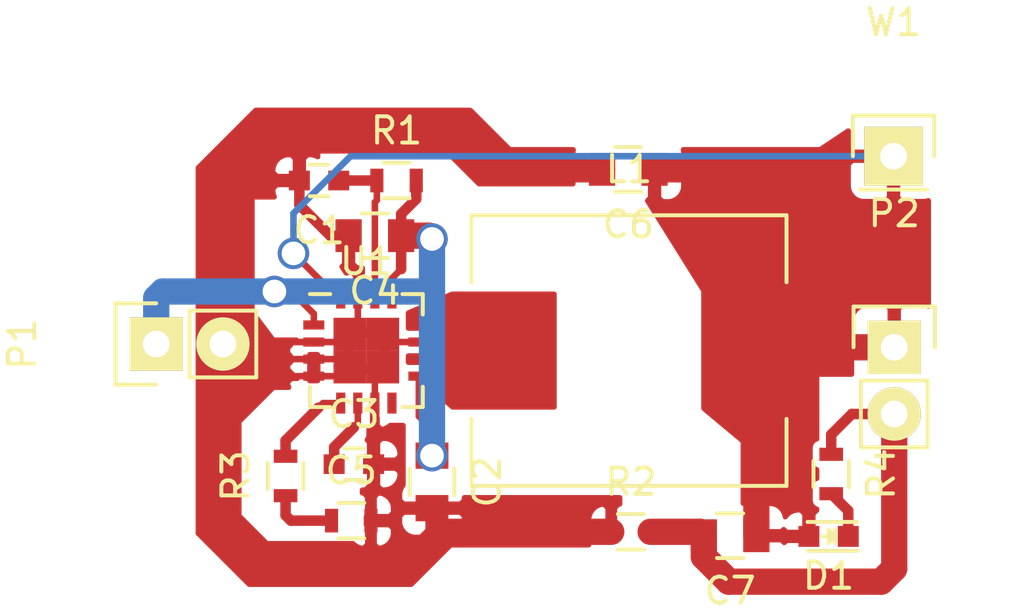
<source format=kicad_pcb>
(kicad_pcb (version 4) (host pcbnew "(2016-02-16 BZR 6561)-product")

  (general
    (links 40)
    (no_connects 0)
    (area 0 0 0 0)
    (thickness 1.6)
    (drawings 0)
    (tracks 134)
    (zones 0)
    (modules 17)
    (nets 11)
  )

  (page A4)
  (layers
    (0 F.Cu signal)
    (31 B.Cu signal)
    (32 B.Adhes user)
    (33 F.Adhes user)
    (34 B.Paste user)
    (35 F.Paste user)
    (36 B.SilkS user)
    (37 F.SilkS user)
    (38 B.Mask user)
    (39 F.Mask user)
    (40 Dwgs.User user)
    (41 Cmts.User user)
    (42 Eco1.User user)
    (43 Eco2.User user)
    (44 Edge.Cuts user)
    (45 Margin user)
    (46 B.CrtYd user)
    (47 F.CrtYd user)
    (48 B.Fab user)
    (49 F.Fab user)
  )

  (setup
    (last_trace_width 0.4)
    (user_trace_width 0.2)
    (user_trace_width 0.25)
    (user_trace_width 0.4)
    (user_trace_width 1)
    (trace_clearance 0.2)
    (zone_clearance 0.25)
    (zone_45_only no)
    (trace_min 0.2)
    (segment_width 0.2)
    (edge_width 0.15)
    (via_size 1.2)
    (via_drill 0.9)
    (via_min_size 0.6)
    (via_min_drill 0.3)
    (uvia_size 0.3)
    (uvia_drill 0.1)
    (uvias_allowed no)
    (uvia_min_size 0.2)
    (uvia_min_drill 0.1)
    (pcb_text_width 0.3)
    (pcb_text_size 1.5 1.5)
    (mod_edge_width 0.15)
    (mod_text_size 1 1)
    (mod_text_width 0.15)
    (pad_size 3.59918 4.09956)
    (pad_drill 0)
    (pad_to_mask_clearance 0.2)
    (aux_axis_origin 0 0)
    (visible_elements FFFFFF1F)
    (pcbplotparams
      (layerselection 0x00030_ffffffff)
      (usegerberextensions false)
      (excludeedgelayer true)
      (linewidth 0.100000)
      (plotframeref false)
      (viasonmask false)
      (mode 1)
      (useauxorigin false)
      (hpglpennumber 1)
      (hpglpenspeed 20)
      (hpglpendiameter 15)
      (psnegative false)
      (psa4output false)
      (plotreference true)
      (plotvalue true)
      (plotinvisibletext false)
      (padsonsilk false)
      (subtractmaskfromsilk false)
      (outputformat 1)
      (mirror false)
      (drillshape 1)
      (scaleselection 1)
      (outputdirectory ""))
  )

  (net 0 "")
  (net 1 "Net-(C1-Pad1)")
  (net 2 GNDPWR)
  (net 3 +5V)
  (net 4 "Net-(C3-Pad1)")
  (net 5 "Net-(C5-Pad1)")
  (net 6 +3.3VP)
  (net 7 GND)
  (net 8 "Net-(D1-Pad1)")
  (net 9 "Net-(L1-Pad1)")
  (net 10 "Net-(R3-Pad2)")

  (net_class Default "Dies ist die voreingestellte Netzklasse."
    (clearance 0.2)
    (trace_width 0.25)
    (via_dia 1.2)
    (via_drill 0.9)
    (uvia_dia 0.3)
    (uvia_drill 0.1)
    (add_net +3.3VP)
    (add_net +5V)
    (add_net GND)
    (add_net GNDPWR)
    (add_net "Net-(C1-Pad1)")
    (add_net "Net-(C3-Pad1)")
    (add_net "Net-(C5-Pad1)")
    (add_net "Net-(D1-Pad1)")
    (add_net "Net-(L1-Pad1)")
    (add_net "Net-(R3-Pad2)")
  )

  (module Capacitors_SMD:C_0805 (layer F.Cu) (tedit 5415D6EA) (tstamp 56C3AA45)
    (at 178.5 111 270)
    (descr "Capacitor SMD 0805, reflow soldering, AVX (see smccp.pdf)")
    (tags "capacitor 0805")
    (path /56C3AAB1)
    (attr smd)
    (fp_text reference C2 (at 0 -2.1 270) (layer F.SilkS)
      (effects (font (size 1 1) (thickness 0.15)))
    )
    (fp_text value 10u (at 0 2.1 270) (layer F.Fab)
      (effects (font (size 1 1) (thickness 0.15)))
    )
    (fp_line (start -1.8 -1) (end 1.8 -1) (layer F.CrtYd) (width 0.05))
    (fp_line (start -1.8 1) (end 1.8 1) (layer F.CrtYd) (width 0.05))
    (fp_line (start -1.8 -1) (end -1.8 1) (layer F.CrtYd) (width 0.05))
    (fp_line (start 1.8 -1) (end 1.8 1) (layer F.CrtYd) (width 0.05))
    (fp_line (start 0.5 -0.85) (end -0.5 -0.85) (layer F.SilkS) (width 0.15))
    (fp_line (start -0.5 0.85) (end 0.5 0.85) (layer F.SilkS) (width 0.15))
    (pad 1 smd rect (at -1 0 270) (size 1 1.25) (layers F.Cu F.Paste F.Mask)
      (net 3 +5V))
    (pad 2 smd rect (at 1 0 270) (size 1 1.25) (layers F.Cu F.Paste F.Mask)
      (net 2 GNDPWR))
    (model Capacitors_SMD.3dshapes/C_0805.wrl
      (at (xyz 0 0 0))
      (scale (xyz 1 1 1))
      (rotate (xyz 0 0 0))
    )
  )

  (module Capacitors_SMD:C_0603 (layer F.Cu) (tedit 5415D631) (tstamp 56C3AA39)
    (at 174.2 99.525 180)
    (descr "Capacitor SMD 0603, reflow soldering, AVX (see smccp.pdf)")
    (tags "capacitor 0603")
    (path /56C3A88F)
    (attr smd)
    (fp_text reference C1 (at 0 -1.9 180) (layer F.SilkS)
      (effects (font (size 1 1) (thickness 0.15)))
    )
    (fp_text value 100n (at 0 1.9 180) (layer F.Fab)
      (effects (font (size 1 1) (thickness 0.15)))
    )
    (fp_line (start -1.45 -0.75) (end 1.45 -0.75) (layer F.CrtYd) (width 0.05))
    (fp_line (start -1.45 0.75) (end 1.45 0.75) (layer F.CrtYd) (width 0.05))
    (fp_line (start -1.45 -0.75) (end -1.45 0.75) (layer F.CrtYd) (width 0.05))
    (fp_line (start 1.45 -0.75) (end 1.45 0.75) (layer F.CrtYd) (width 0.05))
    (fp_line (start -0.35 -0.6) (end 0.35 -0.6) (layer F.SilkS) (width 0.15))
    (fp_line (start 0.35 0.6) (end -0.35 0.6) (layer F.SilkS) (width 0.15))
    (pad 1 smd rect (at -0.75 0 180) (size 0.8 0.75) (layers F.Cu F.Paste F.Mask)
      (net 1 "Net-(C1-Pad1)"))
    (pad 2 smd rect (at 0.75 0 180) (size 0.8 0.75) (layers F.Cu F.Paste F.Mask)
      (net 2 GNDPWR))
    (model Capacitors_SMD.3dshapes/C_0603.wrl
      (at (xyz 0 0 0))
      (scale (xyz 1 1 1))
      (rotate (xyz 0 0 0))
    )
  )

  (module Capacitors_SMD:C_0603 (layer F.Cu) (tedit 5415D631) (tstamp 56C3AA51)
    (at 175.525 110.325)
    (descr "Capacitor SMD 0603, reflow soldering, AVX (see smccp.pdf)")
    (tags "capacitor 0603")
    (path /56C3A4E5)
    (attr smd)
    (fp_text reference C3 (at 0 -1.9) (layer F.SilkS)
      (effects (font (size 1 1) (thickness 0.15)))
    )
    (fp_text value 1n (at 0 1.9) (layer F.Fab)
      (effects (font (size 1 1) (thickness 0.15)))
    )
    (fp_line (start -1.45 -0.75) (end 1.45 -0.75) (layer F.CrtYd) (width 0.05))
    (fp_line (start -1.45 0.75) (end 1.45 0.75) (layer F.CrtYd) (width 0.05))
    (fp_line (start -1.45 -0.75) (end -1.45 0.75) (layer F.CrtYd) (width 0.05))
    (fp_line (start 1.45 -0.75) (end 1.45 0.75) (layer F.CrtYd) (width 0.05))
    (fp_line (start -0.35 -0.6) (end 0.35 -0.6) (layer F.SilkS) (width 0.15))
    (fp_line (start 0.35 0.6) (end -0.35 0.6) (layer F.SilkS) (width 0.15))
    (pad 1 smd rect (at -0.75 0) (size 0.8 0.75) (layers F.Cu F.Paste F.Mask)
      (net 4 "Net-(C3-Pad1)"))
    (pad 2 smd rect (at 0.75 0) (size 0.8 0.75) (layers F.Cu F.Paste F.Mask)
      (net 2 GNDPWR))
    (model Capacitors_SMD.3dshapes/C_0603.wrl
      (at (xyz 0 0 0))
      (scale (xyz 1 1 1))
      (rotate (xyz 0 0 0))
    )
  )

  (module Capacitors_SMD:C_0805 (layer F.Cu) (tedit 5415D6EA) (tstamp 56C3AA5D)
    (at 176.325 101.625 180)
    (descr "Capacitor SMD 0805, reflow soldering, AVX (see smccp.pdf)")
    (tags "capacitor 0805")
    (path /56C3AB0B)
    (attr smd)
    (fp_text reference C4 (at 0 -2.1 180) (layer F.SilkS)
      (effects (font (size 1 1) (thickness 0.15)))
    )
    (fp_text value 10u (at 0 2.1 180) (layer F.Fab)
      (effects (font (size 1 1) (thickness 0.15)))
    )
    (fp_line (start -1.8 -1) (end 1.8 -1) (layer F.CrtYd) (width 0.05))
    (fp_line (start -1.8 1) (end 1.8 1) (layer F.CrtYd) (width 0.05))
    (fp_line (start -1.8 -1) (end -1.8 1) (layer F.CrtYd) (width 0.05))
    (fp_line (start 1.8 -1) (end 1.8 1) (layer F.CrtYd) (width 0.05))
    (fp_line (start 0.5 -0.85) (end -0.5 -0.85) (layer F.SilkS) (width 0.15))
    (fp_line (start -0.5 0.85) (end 0.5 0.85) (layer F.SilkS) (width 0.15))
    (pad 1 smd rect (at -1 0 180) (size 1 1.25) (layers F.Cu F.Paste F.Mask)
      (net 3 +5V))
    (pad 2 smd rect (at 1 0 180) (size 1 1.25) (layers F.Cu F.Paste F.Mask)
      (net 2 GNDPWR))
    (model Capacitors_SMD.3dshapes/C_0805.wrl
      (at (xyz 0 0 0))
      (scale (xyz 1 1 1))
      (rotate (xyz 0 0 0))
    )
  )

  (module Resistors_SMD:R_0603 (layer F.Cu) (tedit 5415CC62) (tstamp 56C3AA69)
    (at 175.425 112.475)
    (descr "Resistor SMD 0603, reflow soldering, Vishay (see dcrcw.pdf)")
    (tags "resistor 0603")
    (path /56C3AD35)
    (attr smd)
    (fp_text reference C5 (at 0 -1.9) (layer F.SilkS)
      (effects (font (size 1 1) (thickness 0.15)))
    )
    (fp_text value 1n (at 0 1.9) (layer F.Fab)
      (effects (font (size 1 1) (thickness 0.15)))
    )
    (fp_line (start -1.3 -0.8) (end 1.3 -0.8) (layer F.CrtYd) (width 0.05))
    (fp_line (start -1.3 0.8) (end 1.3 0.8) (layer F.CrtYd) (width 0.05))
    (fp_line (start -1.3 -0.8) (end -1.3 0.8) (layer F.CrtYd) (width 0.05))
    (fp_line (start 1.3 -0.8) (end 1.3 0.8) (layer F.CrtYd) (width 0.05))
    (fp_line (start 0.5 0.675) (end -0.5 0.675) (layer F.SilkS) (width 0.15))
    (fp_line (start -0.5 -0.675) (end 0.5 -0.675) (layer F.SilkS) (width 0.15))
    (pad 1 smd rect (at -0.75 0) (size 0.5 0.9) (layers F.Cu F.Paste F.Mask)
      (net 5 "Net-(C5-Pad1)"))
    (pad 2 smd rect (at 0.75 0) (size 0.5 0.9) (layers F.Cu F.Paste F.Mask)
      (net 2 GNDPWR))
    (model Resistors_SMD.3dshapes/R_0603.wrl
      (at (xyz 0 0 0))
      (scale (xyz 1 1 1))
      (rotate (xyz 0 0 0))
    )
  )

  (module Capacitors_SMD:C_0805 (layer F.Cu) (tedit 5415D6EA) (tstamp 56C3AA75)
    (at 185.975 99.1 180)
    (descr "Capacitor SMD 0805, reflow soldering, AVX (see smccp.pdf)")
    (tags "capacitor 0805")
    (path /56C3A673)
    (attr smd)
    (fp_text reference C6 (at 0 -2.1 180) (layer F.SilkS)
      (effects (font (size 1 1) (thickness 0.15)))
    )
    (fp_text value 10u (at 0 2.1 180) (layer F.Fab)
      (effects (font (size 1 1) (thickness 0.15)))
    )
    (fp_line (start -1.8 -1) (end 1.8 -1) (layer F.CrtYd) (width 0.05))
    (fp_line (start -1.8 1) (end 1.8 1) (layer F.CrtYd) (width 0.05))
    (fp_line (start -1.8 -1) (end -1.8 1) (layer F.CrtYd) (width 0.05))
    (fp_line (start 1.8 -1) (end 1.8 1) (layer F.CrtYd) (width 0.05))
    (fp_line (start 0.5 -0.85) (end -0.5 -0.85) (layer F.SilkS) (width 0.15))
    (fp_line (start -0.5 0.85) (end 0.5 0.85) (layer F.SilkS) (width 0.15))
    (pad 1 smd rect (at -1 0 180) (size 1 1.25) (layers F.Cu F.Paste F.Mask)
      (net 6 +3.3VP))
    (pad 2 smd rect (at 1 0 180) (size 1 1.25) (layers F.Cu F.Paste F.Mask)
      (net 2 GNDPWR))
    (model Capacitors_SMD.3dshapes/C_0805.wrl
      (at (xyz 0 0 0))
      (scale (xyz 1 1 1))
      (rotate (xyz 0 0 0))
    )
  )

  (module Capacitors_SMD:C_0805 (layer F.Cu) (tedit 5415D6EA) (tstamp 56C3AA81)
    (at 189.85 113.05 180)
    (descr "Capacitor SMD 0805, reflow soldering, AVX (see smccp.pdf)")
    (tags "capacitor 0805")
    (path /56C3A6A8)
    (attr smd)
    (fp_text reference C7 (at 0 -2.1 180) (layer F.SilkS)
      (effects (font (size 1 1) (thickness 0.15)))
    )
    (fp_text value 4,7u (at 0 2.1 180) (layer F.Fab)
      (effects (font (size 1 1) (thickness 0.15)))
    )
    (fp_line (start -1.8 -1) (end 1.8 -1) (layer F.CrtYd) (width 0.05))
    (fp_line (start -1.8 1) (end 1.8 1) (layer F.CrtYd) (width 0.05))
    (fp_line (start -1.8 -1) (end -1.8 1) (layer F.CrtYd) (width 0.05))
    (fp_line (start 1.8 -1) (end 1.8 1) (layer F.CrtYd) (width 0.05))
    (fp_line (start 0.5 -0.85) (end -0.5 -0.85) (layer F.SilkS) (width 0.15))
    (fp_line (start -0.5 0.85) (end 0.5 0.85) (layer F.SilkS) (width 0.15))
    (pad 1 smd rect (at -1 0 180) (size 1 1.25) (layers F.Cu F.Paste F.Mask)
      (net 6 +3.3VP))
    (pad 2 smd rect (at 1 0 180) (size 1 1.25) (layers F.Cu F.Paste F.Mask)
      (net 7 GND))
    (model Capacitors_SMD.3dshapes/C_0805.wrl
      (at (xyz 0 0 0))
      (scale (xyz 1 1 1))
      (rotate (xyz 0 0 0))
    )
  )

  (module LEDs:LED_0603 (layer F.Cu) (tedit 55BDE255) (tstamp 56C3AA92)
    (at 193.6 113.075 180)
    (descr "LED 0603 smd package")
    (tags "LED led 0603 SMD smd SMT smt smdled SMDLED smtled SMTLED")
    (path /56C3B499)
    (attr smd)
    (fp_text reference D1 (at 0 -1.5 180) (layer F.SilkS)
      (effects (font (size 1 1) (thickness 0.15)))
    )
    (fp_text value green (at 0 1.5 180) (layer F.Fab)
      (effects (font (size 1 1) (thickness 0.15)))
    )
    (fp_line (start -1.1 0.55) (end 0.8 0.55) (layer F.SilkS) (width 0.15))
    (fp_line (start -1.1 -0.55) (end 0.8 -0.55) (layer F.SilkS) (width 0.15))
    (fp_line (start -0.2 0) (end 0.25 0) (layer F.SilkS) (width 0.15))
    (fp_line (start -0.25 -0.25) (end -0.25 0.25) (layer F.SilkS) (width 0.15))
    (fp_line (start -0.25 0) (end 0 -0.25) (layer F.SilkS) (width 0.15))
    (fp_line (start 0 -0.25) (end 0 0.25) (layer F.SilkS) (width 0.15))
    (fp_line (start 0 0.25) (end -0.25 0) (layer F.SilkS) (width 0.15))
    (fp_line (start 1.4 -0.75) (end 1.4 0.75) (layer F.CrtYd) (width 0.05))
    (fp_line (start 1.4 0.75) (end -1.4 0.75) (layer F.CrtYd) (width 0.05))
    (fp_line (start -1.4 0.75) (end -1.4 -0.75) (layer F.CrtYd) (width 0.05))
    (fp_line (start -1.4 -0.75) (end 1.4 -0.75) (layer F.CrtYd) (width 0.05))
    (pad 2 smd rect (at 0.7493 0) (size 0.79756 0.79756) (layers F.Cu F.Paste F.Mask)
      (net 6 +3.3VP))
    (pad 1 smd rect (at -0.7493 0) (size 0.79756 0.79756) (layers F.Cu F.Paste F.Mask)
      (net 8 "Net-(D1-Pad1)"))
    (model LEDs.3dshapes/LED_0603.wrl
      (at (xyz 0 0 0))
      (scale (xyz 1 1 1))
      (rotate (xyz 0 0 180))
    )
  )

  (module Inductors_NEOSID:Neosid_Inductor_SM-PIC1004H (layer F.Cu) (tedit 56C3B643) (tstamp 56C3AA9E)
    (at 186 106)
    (descr "Neosid, Inductor, SM-PIC1004H, Festinduktivitaet, SMD,")
    (tags "Neosid, Inductor, SM-PIC1004H, Festinduktivitaet, SMD,")
    (path /56C3A5E3)
    (attr smd)
    (fp_text reference L1 (at 0 -6.90118) (layer F.SilkS)
      (effects (font (size 1 1) (thickness 0.15)))
    )
    (fp_text value 3,3u (at 0 7.2009) (layer F.Fab)
      (effects (font (size 1 1) (thickness 0.15)))
    )
    (fp_line (start 5.99948 -2.60096) (end 5.99948 -5.15112) (layer F.SilkS) (width 0.15))
    (fp_line (start -5.99948 2.60096) (end -5.99948 5.15112) (layer F.SilkS) (width 0.15))
    (fp_line (start -5.99948 5.15112) (end 5.99948 5.15112) (layer F.SilkS) (width 0.15))
    (fp_line (start 5.99948 5.15112) (end 5.99948 2.60096) (layer F.SilkS) (width 0.15))
    (fp_line (start 5.99948 -5.15112) (end -5.99948 -5.15112) (layer F.SilkS) (width 0.15))
    (fp_line (start -5.99948 -5.15112) (end -5.99948 -2.60096) (layer F.SilkS) (width 0.15))
    (pad 1 smd rect (at -4.7498 0) (size 3.59918 4.09956) (layers F.Cu F.Paste F.Mask)
      (net 9 "Net-(L1-Pad1)"))
    (pad 2 smd rect (at 4.7498 0) (size 3.59918 4.09956) (layers F.Cu F.Paste F.Mask)
      (net 6 +3.3VP) (zone_connect 2))
  )

  (module Pin_Headers:Pin_Header_Straight_1x02 (layer F.Cu) (tedit 56C3B3F2) (tstamp 56C3AAA4)
    (at 168 105.75 90)
    (descr "Through hole pin header")
    (tags "pin header")
    (path /56C3A0A7)
    (fp_text reference P1 (at 0 -5.1 90) (layer F.SilkS)
      (effects (font (size 1 1) (thickness 0.15)))
    )
    (fp_text value CONN_01X02 (at 0 -3.1 90) (layer F.Fab)
      (effects (font (size 1 1) (thickness 0.15)))
    )
    (fp_line (start 1.27 1.27) (end 1.27 3.81) (layer F.SilkS) (width 0.15))
    (fp_line (start 1.55 -1.55) (end 1.55 0) (layer F.SilkS) (width 0.15))
    (fp_line (start -1.75 -1.75) (end -1.75 4.3) (layer F.CrtYd) (width 0.05))
    (fp_line (start 1.75 -1.75) (end 1.75 4.3) (layer F.CrtYd) (width 0.05))
    (fp_line (start -1.75 -1.75) (end 1.75 -1.75) (layer F.CrtYd) (width 0.05))
    (fp_line (start -1.75 4.3) (end 1.75 4.3) (layer F.CrtYd) (width 0.05))
    (fp_line (start 1.27 1.27) (end -1.27 1.27) (layer F.SilkS) (width 0.15))
    (fp_line (start -1.55 0) (end -1.55 -1.55) (layer F.SilkS) (width 0.15))
    (fp_line (start -1.55 -1.55) (end 1.55 -1.55) (layer F.SilkS) (width 0.15))
    (fp_line (start -1.27 1.27) (end -1.27 3.81) (layer F.SilkS) (width 0.15))
    (fp_line (start -1.27 3.81) (end 1.27 3.81) (layer F.SilkS) (width 0.15))
    (pad 1 thru_hole rect (at 0 0 90) (size 2.032 2.032) (drill 1.016) (layers *.Cu *.Mask F.SilkS)
      (net 3 +5V))
    (pad 2 thru_hole oval (at 0 2.54 90) (size 2.032 2.032) (drill 1.016) (layers *.Cu *.Mask F.SilkS)
      (net 2 GNDPWR) (zone_connect 2))
    (model Pin_Headers.3dshapes/Pin_Header_Straight_1x02.wrl
      (at (xyz 0 -0.05 0))
      (scale (xyz 1 1 1))
      (rotate (xyz 0 0 90))
    )
  )

  (module Pin_Headers:Pin_Header_Straight_1x02 (layer F.Cu) (tedit 54EA090C) (tstamp 56C3AAAA)
    (at 196.1 105.875)
    (descr "Through hole pin header")
    (tags "pin header")
    (path /56C3BEDA)
    (fp_text reference P2 (at 0 -5.1) (layer F.SilkS)
      (effects (font (size 1 1) (thickness 0.15)))
    )
    (fp_text value CONN_01X02 (at 0 -3.1) (layer F.Fab)
      (effects (font (size 1 1) (thickness 0.15)))
    )
    (fp_line (start 1.27 1.27) (end 1.27 3.81) (layer F.SilkS) (width 0.15))
    (fp_line (start 1.55 -1.55) (end 1.55 0) (layer F.SilkS) (width 0.15))
    (fp_line (start -1.75 -1.75) (end -1.75 4.3) (layer F.CrtYd) (width 0.05))
    (fp_line (start 1.75 -1.75) (end 1.75 4.3) (layer F.CrtYd) (width 0.05))
    (fp_line (start -1.75 -1.75) (end 1.75 -1.75) (layer F.CrtYd) (width 0.05))
    (fp_line (start -1.75 4.3) (end 1.75 4.3) (layer F.CrtYd) (width 0.05))
    (fp_line (start 1.27 1.27) (end -1.27 1.27) (layer F.SilkS) (width 0.15))
    (fp_line (start -1.55 0) (end -1.55 -1.55) (layer F.SilkS) (width 0.15))
    (fp_line (start -1.55 -1.55) (end 1.55 -1.55) (layer F.SilkS) (width 0.15))
    (fp_line (start -1.27 1.27) (end -1.27 3.81) (layer F.SilkS) (width 0.15))
    (fp_line (start -1.27 3.81) (end 1.27 3.81) (layer F.SilkS) (width 0.15))
    (pad 1 thru_hole rect (at 0 0) (size 2.032 2.032) (drill 1.016) (layers *.Cu *.Mask F.SilkS)
      (net 6 +3.3VP))
    (pad 2 thru_hole oval (at 0 2.54) (size 2.032 2.032) (drill 1.016) (layers *.Cu *.Mask F.SilkS)
      (net 7 GND))
    (model Pin_Headers.3dshapes/Pin_Header_Straight_1x02.wrl
      (at (xyz 0 -0.05 0))
      (scale (xyz 1 1 1))
      (rotate (xyz 0 0 90))
    )
  )

  (module Resistors_SMD:R_0603 (layer F.Cu) (tedit 5415CC62) (tstamp 56C3AAB6)
    (at 177.15 99.525)
    (descr "Resistor SMD 0603, reflow soldering, Vishay (see dcrcw.pdf)")
    (tags "resistor 0603")
    (path /56C3A267)
    (attr smd)
    (fp_text reference R1 (at 0 -1.9) (layer F.SilkS)
      (effects (font (size 1 1) (thickness 0.15)))
    )
    (fp_text value 10 (at 0 1.9) (layer F.Fab)
      (effects (font (size 1 1) (thickness 0.15)))
    )
    (fp_line (start -1.3 -0.8) (end 1.3 -0.8) (layer F.CrtYd) (width 0.05))
    (fp_line (start -1.3 0.8) (end 1.3 0.8) (layer F.CrtYd) (width 0.05))
    (fp_line (start -1.3 -0.8) (end -1.3 0.8) (layer F.CrtYd) (width 0.05))
    (fp_line (start 1.3 -0.8) (end 1.3 0.8) (layer F.CrtYd) (width 0.05))
    (fp_line (start 0.5 0.675) (end -0.5 0.675) (layer F.SilkS) (width 0.15))
    (fp_line (start -0.5 -0.675) (end 0.5 -0.675) (layer F.SilkS) (width 0.15))
    (pad 1 smd rect (at -0.75 0) (size 0.5 0.9) (layers F.Cu F.Paste F.Mask)
      (net 1 "Net-(C1-Pad1)"))
    (pad 2 smd rect (at 0.75 0) (size 0.5 0.9) (layers F.Cu F.Paste F.Mask)
      (net 3 +5V))
    (model Resistors_SMD.3dshapes/R_0603.wrl
      (at (xyz 0 0 0))
      (scale (xyz 1 1 1))
      (rotate (xyz 0 0 0))
    )
  )

  (module Resistors_SMD:R_0603 (layer F.Cu) (tedit 5415CC62) (tstamp 56C3AAC2)
    (at 186.075 112.9)
    (descr "Resistor SMD 0603, reflow soldering, Vishay (see dcrcw.pdf)")
    (tags "resistor 0603")
    (path /56C3A475)
    (attr smd)
    (fp_text reference R2 (at 0 -1.9) (layer F.SilkS)
      (effects (font (size 1 1) (thickness 0.15)))
    )
    (fp_text value 0 (at 0 1.9) (layer F.Fab)
      (effects (font (size 1 1) (thickness 0.15)))
    )
    (fp_line (start -1.3 -0.8) (end 1.3 -0.8) (layer F.CrtYd) (width 0.05))
    (fp_line (start -1.3 0.8) (end 1.3 0.8) (layer F.CrtYd) (width 0.05))
    (fp_line (start -1.3 -0.8) (end -1.3 0.8) (layer F.CrtYd) (width 0.05))
    (fp_line (start 1.3 -0.8) (end 1.3 0.8) (layer F.CrtYd) (width 0.05))
    (fp_line (start 0.5 0.675) (end -0.5 0.675) (layer F.SilkS) (width 0.15))
    (fp_line (start -0.5 -0.675) (end 0.5 -0.675) (layer F.SilkS) (width 0.15))
    (pad 1 smd rect (at -0.75 0) (size 0.5 0.9) (layers F.Cu F.Paste F.Mask)
      (net 2 GNDPWR))
    (pad 2 smd rect (at 0.75 0) (size 0.5 0.9) (layers F.Cu F.Paste F.Mask)
      (net 7 GND))
    (model Resistors_SMD.3dshapes/R_0603.wrl
      (at (xyz 0 0 0))
      (scale (xyz 1 1 1))
      (rotate (xyz 0 0 0))
    )
  )

  (module Resistors_SMD:R_0603 (layer F.Cu) (tedit 5415CC62) (tstamp 56C3AACE)
    (at 172.925 110.775 90)
    (descr "Resistor SMD 0603, reflow soldering, Vishay (see dcrcw.pdf)")
    (tags "resistor 0603")
    (path /56C3ACA7)
    (attr smd)
    (fp_text reference R3 (at 0 -1.9 90) (layer F.SilkS)
      (effects (font (size 1 1) (thickness 0.15)))
    )
    (fp_text value 68k (at 0 1.9 90) (layer F.Fab)
      (effects (font (size 1 1) (thickness 0.15)))
    )
    (fp_line (start -1.3 -0.8) (end 1.3 -0.8) (layer F.CrtYd) (width 0.05))
    (fp_line (start -1.3 0.8) (end 1.3 0.8) (layer F.CrtYd) (width 0.05))
    (fp_line (start -1.3 -0.8) (end -1.3 0.8) (layer F.CrtYd) (width 0.05))
    (fp_line (start 1.3 -0.8) (end 1.3 0.8) (layer F.CrtYd) (width 0.05))
    (fp_line (start 0.5 0.675) (end -0.5 0.675) (layer F.SilkS) (width 0.15))
    (fp_line (start -0.5 -0.675) (end 0.5 -0.675) (layer F.SilkS) (width 0.15))
    (pad 1 smd rect (at -0.75 0 90) (size 0.5 0.9) (layers F.Cu F.Paste F.Mask)
      (net 5 "Net-(C5-Pad1)"))
    (pad 2 smd rect (at 0.75 0 90) (size 0.5 0.9) (layers F.Cu F.Paste F.Mask)
      (net 10 "Net-(R3-Pad2)"))
    (model Resistors_SMD.3dshapes/R_0603.wrl
      (at (xyz 0 0 0))
      (scale (xyz 1 1 1))
      (rotate (xyz 0 0 0))
    )
  )

  (module Resistors_SMD:R_0603 (layer F.Cu) (tedit 5415CC62) (tstamp 56C3AADA)
    (at 193.7 110.7 270)
    (descr "Resistor SMD 0603, reflow soldering, Vishay (see dcrcw.pdf)")
    (tags "resistor 0603")
    (path /56C3B5A9)
    (attr smd)
    (fp_text reference R4 (at 0 -1.9 270) (layer F.SilkS)
      (effects (font (size 1 1) (thickness 0.15)))
    )
    (fp_text value 1k (at 0 1.9 270) (layer F.Fab)
      (effects (font (size 1 1) (thickness 0.15)))
    )
    (fp_line (start -1.3 -0.8) (end 1.3 -0.8) (layer F.CrtYd) (width 0.05))
    (fp_line (start -1.3 0.8) (end 1.3 0.8) (layer F.CrtYd) (width 0.05))
    (fp_line (start -1.3 -0.8) (end -1.3 0.8) (layer F.CrtYd) (width 0.05))
    (fp_line (start 1.3 -0.8) (end 1.3 0.8) (layer F.CrtYd) (width 0.05))
    (fp_line (start 0.5 0.675) (end -0.5 0.675) (layer F.SilkS) (width 0.15))
    (fp_line (start -0.5 -0.675) (end 0.5 -0.675) (layer F.SilkS) (width 0.15))
    (pad 1 smd rect (at -0.75 0 270) (size 0.5 0.9) (layers F.Cu F.Paste F.Mask)
      (net 7 GND))
    (pad 2 smd rect (at 0.75 0 270) (size 0.5 0.9) (layers F.Cu F.Paste F.Mask)
      (net 8 "Net-(D1-Pad1)"))
    (model Resistors_SMD.3dshapes/R_0603.wrl
      (at (xyz 0 0 0))
      (scale (xyz 1 1 1))
      (rotate (xyz 0 0 0))
    )
  )

  (module Housings_DFN_QFN:QFN-16-1EP_4x4mm_Pitch0.65mm (layer F.Cu) (tedit 54130A77) (tstamp 56C3AAFD)
    (at 176 106)
    (descr "16-Lead Plastic Quad Flat, No Lead Package (ML) - 4x4x0.9 mm Body [QFN]; (see Microchip Packaging Specification 00000049BS.pdf)")
    (tags "QFN 0.65")
    (path /56C3A232)
    (attr smd)
    (fp_text reference U1 (at 0 -3.4) (layer F.SilkS)
      (effects (font (size 1 1) (thickness 0.15)))
    )
    (fp_text value ADP2107 (at 0 3.4) (layer F.Fab)
      (effects (font (size 1 1) (thickness 0.15)))
    )
    (fp_line (start -2.65 -2.65) (end -2.65 2.65) (layer F.CrtYd) (width 0.05))
    (fp_line (start 2.65 -2.65) (end 2.65 2.65) (layer F.CrtYd) (width 0.05))
    (fp_line (start -2.65 -2.65) (end 2.65 -2.65) (layer F.CrtYd) (width 0.05))
    (fp_line (start -2.65 2.65) (end 2.65 2.65) (layer F.CrtYd) (width 0.05))
    (fp_line (start 2.15 -2.15) (end 2.15 -1.375) (layer F.SilkS) (width 0.15))
    (fp_line (start -2.15 2.15) (end -2.15 1.375) (layer F.SilkS) (width 0.15))
    (fp_line (start 2.15 2.15) (end 2.15 1.375) (layer F.SilkS) (width 0.15))
    (fp_line (start -2.15 -2.15) (end -1.375 -2.15) (layer F.SilkS) (width 0.15))
    (fp_line (start -2.15 2.15) (end -1.375 2.15) (layer F.SilkS) (width 0.15))
    (fp_line (start 2.15 2.15) (end 1.375 2.15) (layer F.SilkS) (width 0.15))
    (fp_line (start 2.15 -2.15) (end 1.375 -2.15) (layer F.SilkS) (width 0.15))
    (pad 1 smd rect (at -2 -0.975) (size 0.8 0.35) (layers F.Cu F.Paste F.Mask)
      (net 3 +5V))
    (pad 2 smd rect (at -2 -0.325) (size 0.8 0.35) (layers F.Cu F.Paste F.Mask)
      (net 2 GNDPWR))
    (pad 3 smd rect (at -2 0.325) (size 0.8 0.35) (layers F.Cu F.Paste F.Mask)
      (net 2 GNDPWR))
    (pad 4 smd rect (at -2 0.975) (size 0.8 0.35) (layers F.Cu F.Paste F.Mask)
      (net 2 GNDPWR))
    (pad 5 smd rect (at -0.975 2 90) (size 0.8 0.35) (layers F.Cu F.Paste F.Mask)
      (net 10 "Net-(R3-Pad2)"))
    (pad 6 smd rect (at -0.325 2 90) (size 0.8 0.35) (layers F.Cu F.Paste F.Mask)
      (net 4 "Net-(C3-Pad1)"))
    (pad 7 smd rect (at 0.325 2 90) (size 0.8 0.35) (layers F.Cu F.Paste F.Mask)
      (net 2 GNDPWR))
    (pad 8 smd rect (at 0.975 2 90) (size 0.8 0.35) (layers F.Cu F.Paste F.Mask))
    (pad 9 smd rect (at 2 0.975) (size 0.8 0.35) (layers F.Cu F.Paste F.Mask)
      (net 3 +5V))
    (pad 10 smd rect (at 2 0.325) (size 0.8 0.35) (layers F.Cu F.Paste F.Mask)
      (net 9 "Net-(L1-Pad1)"))
    (pad 11 smd rect (at 2 -0.325) (size 0.8 0.35) (layers F.Cu F.Paste F.Mask)
      (net 2 GNDPWR))
    (pad 12 smd rect (at 2 -0.975) (size 0.8 0.35) (layers F.Cu F.Paste F.Mask)
      (net 9 "Net-(L1-Pad1)"))
    (pad 13 smd rect (at 0.975 -2 90) (size 0.8 0.35) (layers F.Cu F.Paste F.Mask)
      (net 3 +5V))
    (pad 14 smd rect (at 0.325 -2 90) (size 0.8 0.35) (layers F.Cu F.Paste F.Mask)
      (net 1 "Net-(C1-Pad1)"))
    (pad 15 smd rect (at -0.325 -2 90) (size 0.8 0.35) (layers F.Cu F.Paste F.Mask)
      (net 2 GNDPWR))
    (pad 16 smd rect (at -0.975 -2 90) (size 0.8 0.35) (layers F.Cu F.Paste F.Mask)
      (net 6 +3.3VP))
    (pad 17 smd rect (at 0.625 0.625) (size 1.25 1.25) (layers F.Cu F.Paste F.Mask)
      (net 2 GNDPWR) (solder_paste_margin_ratio -0.2))
    (pad 17 smd rect (at 0.625 -0.625) (size 1.25 1.25) (layers F.Cu F.Paste F.Mask)
      (net 2 GNDPWR) (solder_paste_margin_ratio -0.2))
    (pad 17 smd rect (at -0.625 0.625) (size 1.25 1.25) (layers F.Cu F.Paste F.Mask)
      (net 2 GNDPWR) (solder_paste_margin_ratio -0.2))
    (pad 17 smd rect (at -0.625 -0.625) (size 1.25 1.25) (layers F.Cu F.Paste F.Mask)
      (net 2 GNDPWR) (solder_paste_margin_ratio -0.2))
    (model Housings_DFN_QFN.3dshapes/QFN-16-1EP_4x4mm_Pitch0.65mm.wrl
      (at (xyz 0 0 0))
      (scale (xyz 1 1 1))
      (rotate (xyz 0 0 0))
    )
  )

  (module Pin_Headers:Pin_Header_Straight_1x01 (layer F.Cu) (tedit 54EA08DC) (tstamp 56C3AB02)
    (at 196.075 98.6)
    (descr "Through hole pin header")
    (tags "pin header")
    (path /56C3B792)
    (fp_text reference W1 (at 0 -5.1) (layer F.SilkS)
      (effects (font (size 1 1) (thickness 0.15)))
    )
    (fp_text value TEST_1P (at 0 -3.1) (layer F.Fab)
      (effects (font (size 1 1) (thickness 0.15)))
    )
    (fp_line (start 1.55 -1.55) (end 1.55 0) (layer F.SilkS) (width 0.15))
    (fp_line (start -1.75 -1.75) (end -1.75 1.75) (layer F.CrtYd) (width 0.05))
    (fp_line (start 1.75 -1.75) (end 1.75 1.75) (layer F.CrtYd) (width 0.05))
    (fp_line (start -1.75 -1.75) (end 1.75 -1.75) (layer F.CrtYd) (width 0.05))
    (fp_line (start -1.75 1.75) (end 1.75 1.75) (layer F.CrtYd) (width 0.05))
    (fp_line (start -1.55 0) (end -1.55 -1.55) (layer F.SilkS) (width 0.15))
    (fp_line (start -1.55 -1.55) (end 1.55 -1.55) (layer F.SilkS) (width 0.15))
    (fp_line (start -1.27 1.27) (end 1.27 1.27) (layer F.SilkS) (width 0.15))
    (pad 1 thru_hole rect (at 0 0) (size 2.2352 2.2352) (drill 1.016) (layers *.Cu *.Mask F.SilkS)
      (net 6 +3.3VP))
    (model Pin_Headers.3dshapes/Pin_Header_Straight_1x01.wrl
      (at (xyz 0 0 0))
      (scale (xyz 1 1 1))
      (rotate (xyz 0 0 90))
    )
  )

  (segment (start 174.95 99.525) (end 176.4 99.525) (width 0.4) (layer F.Cu) (net 1))
  (segment (start 176.325 104) (end 176.325 100.35) (width 0.25) (layer F.Cu) (net 1))
  (segment (start 176.4 100.275) (end 176.4 99.525) (width 0.25) (layer F.Cu) (net 1) (tstamp 56C3ACA2))
  (segment (start 176.325 100.35) (end 176.4 100.275) (width 0.25) (layer F.Cu) (net 1) (tstamp 56C3ACA0))
  (segment (start 175.325 101.625) (end 174.625 101.625) (width 0.4) (layer F.Cu) (net 2))
  (segment (start 173.45 100.45) (end 173.45 99.525) (width 0.4) (layer F.Cu) (net 2) (tstamp 56C3B4D5))
  (segment (start 174.625 101.625) (end 173.45 100.45) (width 0.4) (layer F.Cu) (net 2) (tstamp 56C3B4D0))
  (segment (start 184.975 99.1) (end 180.85 99.1) (width 1) (layer F.Cu) (net 2))
  (segment (start 170.54 99.21) (end 170.54 105.75) (width 1) (layer F.Cu) (net 2) (tstamp 56C3B465))
  (segment (start 172 97.75) (end 170.54 99.21) (width 1) (layer F.Cu) (net 2) (tstamp 56C3B462))
  (segment (start 179.5 97.75) (end 172 97.75) (width 1) (layer F.Cu) (net 2) (tstamp 56C3B461))
  (segment (start 180.85 99.1) (end 179.5 97.75) (width 1) (layer F.Cu) (net 2) (tstamp 56C3B45D))
  (segment (start 170.5 109) (end 170.5 105.79) (width 1) (layer F.Cu) (net 2))
  (segment (start 170.5 105.79) (end 170.54 105.75) (width 1) (layer F.Cu) (net 2) (tstamp 56C3B3E2))
  (segment (start 178.5 112) (end 178.5 112.55) (width 0.25) (layer F.Cu) (net 2))
  (segment (start 178.5 112.55) (end 178.85 112.9) (width 0.25) (layer F.Cu) (net 2) (tstamp 56C3B37D))
  (segment (start 178.85 112.9) (end 185.325 112.9) (width 1) (layer F.Cu) (net 2) (tstamp 56C3B203))
  (segment (start 177.5 114.25) (end 178.85 112.9) (width 1) (layer F.Cu) (net 2) (tstamp 56C3B201))
  (segment (start 171.75 114.25) (end 177.5 114.25) (width 1) (layer F.Cu) (net 2) (tstamp 56C3B200))
  (segment (start 170.5 113) (end 171.75 114.25) (width 1) (layer F.Cu) (net 2) (tstamp 56C3B1FF))
  (segment (start 170.5 109.25) (end 170.5 109) (width 1) (layer F.Cu) (net 2) (tstamp 56C3B1FE))
  (segment (start 170.5 109) (end 170.5 113) (width 1) (layer F.Cu) (net 2) (tstamp 56C3B3E0))
  (segment (start 174 106.325) (end 172.575 106.325) (width 0.25) (layer F.Cu) (net 2))
  (segment (start 172.575 106.325) (end 172.5 106.25) (width 0.25) (layer F.Cu) (net 2) (tstamp 56C3B1DC))
  (segment (start 172.5 106.25) (end 171.75 106.25) (width 0.25) (layer F.Cu) (net 2) (tstamp 56C3B1DE))
  (segment (start 174 106.975) (end 173.225 106.975) (width 0.25) (layer F.Cu) (net 2))
  (segment (start 173.225 106.975) (end 172.5 106.25) (width 0.25) (layer F.Cu) (net 2) (tstamp 56C3B1D8))
  (segment (start 172.5 106.25) (end 171.75 106.25) (width 0.25) (layer F.Cu) (net 2) (tstamp 56C3B1D9))
  (segment (start 174 105.675) (end 173.075 105.675) (width 0.25) (layer F.Cu) (net 2))
  (segment (start 173.075 105.675) (end 172.5 106.25) (width 0.25) (layer F.Cu) (net 2) (tstamp 56C3B1D0))
  (segment (start 172.5 106.25) (end 171.75 106.25) (width 0.25) (layer F.Cu) (net 2) (tstamp 56C3B1D5))
  (segment (start 176.175 112.475) (end 176.175 111.5) (width 0.25) (layer F.Cu) (net 2))
  (segment (start 176.275 111.4) (end 176.275 110.325) (width 0.25) (layer F.Cu) (net 2) (tstamp 56C3AE3C))
  (segment (start 176.175 111.5) (end 176.275 111.4) (width 0.25) (layer F.Cu) (net 2) (tstamp 56C3AE3B))
  (segment (start 176.325 107.575) (end 176.325 110.275) (width 0.25) (layer F.Cu) (net 2))
  (segment (start 176.325 110.275) (end 176.275 110.325) (width 0.25) (layer F.Cu) (net 2) (tstamp 56C3AE38))
  (segment (start 175.675 104) (end 175.675 102.925) (width 0.25) (layer F.Cu) (net 2))
  (segment (start 175.325 102.575) (end 175.325 101.625) (width 0.25) (layer F.Cu) (net 2) (tstamp 56C3AC87))
  (segment (start 175.675 102.925) (end 175.325 102.575) (width 0.25) (layer F.Cu) (net 2) (tstamp 56C3AC85))
  (segment (start 176.325 108) (end 176.325 107.575) (width 0.25) (layer F.Cu) (net 2))
  (segment (start 176.325 107.575) (end 176.325 106.925) (width 0.25) (layer F.Cu) (net 2) (tstamp 56C3AE36))
  (segment (start 176.325 106.925) (end 176.625 106.625) (width 0.25) (layer F.Cu) (net 2) (tstamp 56C3ABF3))
  (segment (start 174 106.975) (end 175.025 106.975) (width 0.25) (layer F.Cu) (net 2))
  (segment (start 175.025 106.975) (end 175.375 106.625) (width 0.25) (layer F.Cu) (net 2) (tstamp 56C3ABF0))
  (segment (start 174 106.325) (end 175.075 106.325) (width 0.25) (layer F.Cu) (net 2))
  (segment (start 175.075 106.325) (end 175.375 106.625) (width 0.25) (layer F.Cu) (net 2) (tstamp 56C3ABED))
  (segment (start 174 105.675) (end 175.075 105.675) (width 0.25) (layer F.Cu) (net 2))
  (segment (start 175.075 105.675) (end 175.375 105.375) (width 0.25) (layer F.Cu) (net 2) (tstamp 56C3ABEA))
  (segment (start 175.675 104) (end 175.675 105.075) (width 0.25) (layer F.Cu) (net 2))
  (segment (start 175.675 105.075) (end 175.375 105.375) (width 0.25) (layer F.Cu) (net 2) (tstamp 56C3ABE7))
  (segment (start 178 105.675) (end 176.925 105.675) (width 0.25) (layer F.Cu) (net 2))
  (segment (start 176.925 105.675) (end 176.625 105.375) (width 0.25) (layer F.Cu) (net 2) (tstamp 56C3ABE1))
  (segment (start 177.325 102.9) (end 177.325 101.625) (width 0.4) (layer F.Cu) (net 3))
  (segment (start 177.9 99.525) (end 177.9 100.225) (width 0.4) (layer F.Cu) (net 3))
  (segment (start 177.9 100.225) (end 177.325 100.8) (width 0.4) (layer F.Cu) (net 3) (tstamp 56C3B58B))
  (segment (start 177.325 100.8) (end 177.325 101.625) (width 0.4) (layer F.Cu) (net 3) (tstamp 56C3B58C))
  (segment (start 174 105.025) (end 174 104.6) (width 0.25) (layer F.Cu) (net 3))
  (segment (start 173.15 103.75) (end 172.5 103.75) (width 0.25) (layer F.Cu) (net 3) (tstamp 56C3B565))
  (segment (start 174 104.6) (end 173.15 103.75) (width 0.25) (layer F.Cu) (net 3) (tstamp 56C3B55E))
  (via (at 172.5 103.75) (size 1.2) (drill 0.9) (layers F.Cu B.Cu) (net 3))
  (segment (start 172.5 103.75) (end 172.5 103.8) (width 1) (layer F.Cu) (net 3) (tstamp 56C3B559))
  (segment (start 178.5 103.75) (end 172.5 103.75) (width 1) (layer B.Cu) (net 3))
  (segment (start 172.5 103.75) (end 168.25 103.75) (width 1) (layer B.Cu) (net 3) (tstamp 56C3B53F))
  (segment (start 168 104) (end 168 105.75) (width 1) (layer B.Cu) (net 3) (tstamp 56C3B534))
  (segment (start 168.25 103.75) (end 168 104) (width 1) (layer B.Cu) (net 3) (tstamp 56C3B530))
  (via (at 178.5 110) (size 1.2) (drill 0.9) (layers F.Cu B.Cu) (net 3))
  (segment (start 178.5 109) (end 178 108.5) (width 0.25) (layer F.Cu) (net 3) (tstamp 56C3B377))
  (segment (start 178 106.975) (end 178 108.5) (width 0.25) (layer F.Cu) (net 3) (tstamp 56C3B378))
  (segment (start 178.5 110) (end 178.5 109) (width 0.25) (layer F.Cu) (net 3))
  (segment (start 178.375 101.625) (end 177.325 101.625) (width 1) (layer F.Cu) (net 3) (tstamp 56C3B435))
  (segment (start 178.5 103.75) (end 178.5 101.75) (width 1) (layer B.Cu) (net 3) (tstamp 56C3B52E))
  (via (at 178.5 101.75) (size 1.2) (drill 0.9) (layers F.Cu B.Cu) (net 3))
  (segment (start 178.5 101.75) (end 178.375 101.625) (width 1) (layer F.Cu) (net 3) (tstamp 56C3B434))
  (segment (start 178.5 110) (end 178.5 103.75) (width 1) (layer B.Cu) (net 3) (tstamp 56C3B42D))
  (segment (start 177.325 101.625) (end 177.325 100.8) (width 0.25) (layer F.Cu) (net 3))
  (segment (start 177.325 100.8) (end 177.9 100.225) (width 0.25) (layer F.Cu) (net 3) (tstamp 56C3AC9B))
  (segment (start 176.975 104) (end 176.975 103.25) (width 0.25) (layer F.Cu) (net 3))
  (segment (start 176.975 103.25) (end 177.325 102.9) (width 0.25) (layer F.Cu) (net 3) (tstamp 56C3AC8A))
  (segment (start 175.525 108.925) (end 174.775 109.675) (width 0.4) (layer F.Cu) (net 4))
  (segment (start 174.775 109.675) (end 174.775 110.325) (width 0.4) (layer F.Cu) (net 4) (tstamp 56C3B5AC))
  (segment (start 175.675 108) (end 175.675 108.775) (width 0.25) (layer F.Cu) (net 4))
  (segment (start 174.775 109.675) (end 174.775 110.325) (width 0.25) (layer F.Cu) (net 4) (tstamp 56C3AE12))
  (segment (start 175.675 108.775) (end 175.525 108.925) (width 0.25) (layer F.Cu) (net 4) (tstamp 56C3AE0F))
  (segment (start 174.675 112.475) (end 173.125 112.475) (width 0.4) (layer F.Cu) (net 5))
  (segment (start 173.125 112.475) (end 172.925 112.275) (width 0.4) (layer F.Cu) (net 5) (tstamp 56C3B5A0))
  (segment (start 172.925 112.275) (end 172.925 111.525) (width 0.4) (layer F.Cu) (net 5) (tstamp 56C3B5A2))
  (segment (start 172.925 111.525) (end 172.925 112.275) (width 0.25) (layer F.Cu) (net 5))
  (segment (start 172.925 112.275) (end 173.125 112.475) (width 0.25) (layer F.Cu) (net 5) (tstamp 56C3AE43))
  (segment (start 196.1 105.875) (end 196.1 98.625) (width 0.4) (layer F.Cu) (net 6))
  (segment (start 196.1 98.625) (end 196.075 98.6) (width 0.4) (layer F.Cu) (net 6) (tstamp 56C3B601))
  (segment (start 186.975 99.1) (end 190.6 99.1) (width 1) (layer F.Cu) (net 6))
  (segment (start 190.7498 99.2498) (end 190.7498 106) (width 1) (layer F.Cu) (net 6) (tstamp 56C3B304))
  (segment (start 190.6 99.1) (end 190.7498 99.2498) (width 1) (layer F.Cu) (net 6) (tstamp 56C3B2FF))
  (segment (start 192.8507 113.075) (end 190.875 113.075) (width 0.4) (layer F.Cu) (net 6))
  (segment (start 190.875 113.075) (end 190.85 113.05) (width 0.4) (layer F.Cu) (net 6) (tstamp 56C3B2E7))
  (segment (start 190.7498 106) (end 190.7498 107.9998) (width 1) (layer F.Cu) (net 6))
  (segment (start 190.7498 107.9998) (end 190.85 108.1) (width 1) (layer F.Cu) (net 6) (tstamp 56C3B2DF))
  (segment (start 190.85 108.1) (end 190.85 113.05) (width 1) (layer F.Cu) (net 6) (tstamp 56C3B2E3))
  (segment (start 196.1 105.875) (end 190.8748 105.875) (width 1) (layer F.Cu) (net 6))
  (segment (start 190.8748 105.875) (end 190.7498 106) (width 1) (layer F.Cu) (net 6) (tstamp 56C3B2CF))
  (segment (start 173.225 102.3) (end 173.225 100.775) (width 0.25) (layer B.Cu) (net 6))
  (via (at 173.225 102.3) (size 1.2) (drill 0.9) (layers F.Cu B.Cu) (net 6))
  (segment (start 174.925 104) (end 173.225 102.3) (width 0.25) (layer F.Cu) (net 6) (tstamp 56C3AD18))
  (segment (start 175.4 98.6) (end 196.075 98.6) (width 0.25) (layer B.Cu) (net 6) (tstamp 56C3B2C8))
  (segment (start 173.225 100.775) (end 175.4 98.6) (width 0.25) (layer B.Cu) (net 6) (tstamp 56C3B2C4))
  (segment (start 175.025 104) (end 174.925 104) (width 0.25) (layer F.Cu) (net 6))
  (segment (start 196.1 108.415) (end 194.485 108.415) (width 0.4) (layer F.Cu) (net 7))
  (segment (start 193.7 109.2) (end 193.7 109.95) (width 0.4) (layer F.Cu) (net 7) (tstamp 56C3B62A))
  (segment (start 194.485 108.415) (end 193.7 109.2) (width 0.4) (layer F.Cu) (net 7) (tstamp 56C3B628))
  (segment (start 188.85 113.05) (end 188.85 113.85) (width 1) (layer F.Cu) (net 7))
  (segment (start 196.1 114.3) (end 196.1 108.415) (width 1) (layer F.Cu) (net 7) (tstamp 56C3B625))
  (segment (start 195.6 114.8) (end 196.1 114.3) (width 1) (layer F.Cu) (net 7) (tstamp 56C3B624))
  (segment (start 189.8 114.8) (end 195.6 114.8) (width 1) (layer F.Cu) (net 7) (tstamp 56C3B623))
  (segment (start 188.85 113.85) (end 189.8 114.8) (width 1) (layer F.Cu) (net 7) (tstamp 56C3B622))
  (segment (start 186.825 112.9) (end 188.7 112.9) (width 1) (layer F.Cu) (net 7))
  (segment (start 188.7 112.9) (end 188.85 113.05) (width 1) (layer F.Cu) (net 7) (tstamp 56C3B61C))
  (segment (start 188.85 113.05) (end 187.8 113.05) (width 0.4) (layer F.Cu) (net 7))
  (segment (start 187.65 112.9) (end 186.825 112.9) (width 0.4) (layer F.Cu) (net 7) (tstamp 56C3B2F3))
  (segment (start 187.8 113.05) (end 187.65 112.9) (width 0.4) (layer F.Cu) (net 7) (tstamp 56C3B2F2))
  (segment (start 196.175 108.49) (end 196.1 108.415) (width 0.4) (layer F.Cu) (net 7) (tstamp 56C3B2EF))
  (segment (start 194.3493 113.075) (end 194.3493 112.0993) (width 0.4) (layer F.Cu) (net 8))
  (segment (start 194.3493 112.0993) (end 193.7 111.45) (width 0.4) (layer F.Cu) (net 8) (tstamp 56C3B62D))
  (segment (start 178 105.025) (end 178.825 105.025) (width 0.25) (layer F.Cu) (net 9))
  (segment (start 179 105.2) (end 180.4502 105.2) (width 0.25) (layer F.Cu) (net 9) (tstamp 56C3ABFB))
  (segment (start 178.825 105.025) (end 179 105.2) (width 0.25) (layer F.Cu) (net 9) (tstamp 56C3ABFA))
  (segment (start 180.4502 105.2) (end 181.2502 106) (width 0.25) (layer F.Cu) (net 9) (tstamp 56C3ABFC))
  (segment (start 178 106.325) (end 178.875 106.325) (width 0.25) (layer F.Cu) (net 9))
  (segment (start 179.2 106) (end 181.2502 106) (width 0.25) (layer F.Cu) (net 9) (tstamp 56C3ABF7))
  (segment (start 178.875 106.325) (end 179.2 106) (width 0.25) (layer F.Cu) (net 9) (tstamp 56C3ABF6))
  (segment (start 174.175 108.175) (end 172.925 109.425) (width 0.4) (layer F.Cu) (net 10))
  (segment (start 172.925 109.425) (end 172.925 110.025) (width 0.4) (layer F.Cu) (net 10) (tstamp 56C3B5A7))
  (segment (start 175.025 108) (end 174.35 108) (width 0.25) (layer F.Cu) (net 10))
  (segment (start 172.925 109.425) (end 172.925 110.025) (width 0.25) (layer F.Cu) (net 10) (tstamp 56C3AE40))
  (segment (start 174.35 108) (end 174.175 108.175) (width 0.25) (layer F.Cu) (net 10) (tstamp 56C3AE3F))

  (zone (net 9) (net_name "Net-(L1-Pad1)") (layer F.Cu) (tstamp 56C3AF74) (hatch edge 0.508)
    (connect_pads yes (clearance 0.25))
    (min_thickness 0.2)
    (fill yes (arc_segments 32) (thermal_gap 0.508) (thermal_bridge_width 0.508))
    (polygon
      (pts
        (xy 177.5 104.5) (xy 179.25 103.75) (xy 183.25 103.75) (xy 183.25 108.25) (xy 179.25 108.25)
        (xy 177.5 106.75)
      )
    )
    (filled_polygon
      (pts
        (xy 183.15 108.15) (xy 179.286993 108.15) (xy 178.508599 107.482805) (xy 178.534587 107.474922) (xy 178.59539 107.442422)
        (xy 178.648685 107.398685) (xy 178.692422 107.34539) (xy 178.724922 107.284587) (xy 178.744935 107.218612) (xy 178.751693 107.15)
        (xy 178.751693 106.8) (xy 178.744935 106.731388) (xy 178.724922 106.665413) (xy 178.692422 106.60461) (xy 178.648685 106.551315)
        (xy 178.59539 106.507578) (xy 178.534587 106.475078) (xy 178.468612 106.455065) (xy 178.4 106.448307) (xy 177.601693 106.448307)
        (xy 177.601693 106.201693) (xy 178.4 106.201693) (xy 178.468612 106.194935) (xy 178.534587 106.174922) (xy 178.59539 106.142422)
        (xy 178.648685 106.098685) (xy 178.692422 106.04539) (xy 178.724922 105.984587) (xy 178.744935 105.918612) (xy 178.751693 105.85)
        (xy 178.751693 105.5) (xy 178.744935 105.431388) (xy 178.724922 105.365413) (xy 178.692422 105.30461) (xy 178.648685 105.251315)
        (xy 178.59539 105.207578) (xy 178.534587 105.175078) (xy 178.468612 105.155065) (xy 178.4 105.148307) (xy 177.601693 105.148307)
        (xy 177.601693 104.75) (xy 177.6 104.732811) (xy 177.6 104.56594) (xy 179.270527 103.85) (xy 183.15 103.85)
      )
    )
  )
  (zone (net 6) (net_name +3.3VP) (layer F.Cu) (tstamp 56C3B30B) (hatch edge 0.508)
    (connect_pads (clearance 0.25))
    (min_thickness 0.2)
    (fill yes (arc_segments 32) (thermal_gap 0.508) (thermal_bridge_width 0.508))
    (polygon
      (pts
        (xy 197.5 97.5) (xy 197.5 107) (xy 193.25 107) (xy 193.25 113.75) (xy 190.25 113.75)
        (xy 190.25 109.5) (xy 188.75 108.25) (xy 188.75 103.75) (xy 186.25 99.75) (xy 186.25 98.25)
        (xy 193.25 98.25) (xy 194.75 97.25) (xy 197.25 97.25) (xy 197.5 97.5)
      )
    )
    (filled_polygon
      (pts
        (xy 194.3494 98.294) (xy 194.5014 98.446) (xy 195.921 98.446) (xy 195.921 98.426) (xy 196.229 98.426)
        (xy 196.229 98.446) (xy 196.249 98.446) (xy 196.249 98.754) (xy 196.229 98.754) (xy 196.229 100.1736)
        (xy 196.381 100.3256) (xy 197.252483 100.3256) (xy 197.369947 100.302235) (xy 197.4 100.289787) (xy 197.4 104.318542)
        (xy 197.293347 104.274365) (xy 197.175883 104.251) (xy 196.406 104.251) (xy 196.254 104.403) (xy 196.254 105.721)
        (xy 196.274 105.721) (xy 196.274 106.029) (xy 196.254 106.029) (xy 196.254 106.049) (xy 195.946 106.049)
        (xy 195.946 106.029) (xy 194.628 106.029) (xy 194.476 106.181) (xy 194.476 106.9) (xy 193.25 106.9)
        (xy 193.230491 106.901921) (xy 193.211732 106.907612) (xy 193.194443 106.916853) (xy 193.179289 106.929289) (xy 193.166853 106.944443)
        (xy 193.157612 106.961732) (xy 193.151921 106.980491) (xy 193.15 107) (xy 193.15 109.364586) (xy 193.115413 109.375078)
        (xy 193.05461 109.407578) (xy 193.001315 109.451315) (xy 192.957578 109.50461) (xy 192.925078 109.565413) (xy 192.905065 109.631388)
        (xy 192.898307 109.7) (xy 192.898307 110.2) (xy 192.905065 110.268612) (xy 192.925078 110.334587) (xy 192.957578 110.39539)
        (xy 193.001315 110.448685) (xy 193.05461 110.492422) (xy 193.115413 110.524922) (xy 193.15 110.535414) (xy 193.15 110.864586)
        (xy 193.115413 110.875078) (xy 193.05461 110.907578) (xy 193.001315 110.951315) (xy 192.957578 111.00461) (xy 192.925078 111.065413)
        (xy 192.905065 111.131388) (xy 192.898307 111.2) (xy 192.898307 111.7) (xy 192.905065 111.768612) (xy 192.925078 111.834587)
        (xy 192.957578 111.89539) (xy 193.001315 111.948685) (xy 193.05461 111.992422) (xy 193.115413 112.024922) (xy 193.15 112.035414)
        (xy 193.15 112.07492) (xy 193.0047 112.22022) (xy 193.0047 112.921) (xy 193.0247 112.921) (xy 193.0247 113.229)
        (xy 193.0047 113.229) (xy 193.0047 113.249) (xy 192.6967 113.249) (xy 192.6967 113.229) (xy 191.99592 113.229)
        (xy 191.91346 113.31146) (xy 191.806 113.204) (xy 191.004 113.204) (xy 191.004 113.224) (xy 190.696 113.224)
        (xy 190.696 113.204) (xy 190.676 113.204) (xy 190.676 112.896) (xy 190.696 112.896) (xy 190.696 111.969)
        (xy 191.004 111.969) (xy 191.004 112.896) (xy 191.806 112.896) (xy 191.88846 112.81354) (xy 191.99592 112.921)
        (xy 192.6967 112.921) (xy 192.6967 112.22022) (xy 192.5447 112.06822) (xy 192.392037 112.06822) (xy 192.274573 112.091585)
        (xy 192.163924 112.137417) (xy 192.064342 112.203956) (xy 191.979655 112.288643) (xy 191.951246 112.331161) (xy 191.934635 112.247653)
        (xy 191.888803 112.137004) (xy 191.822265 112.037423) (xy 191.737578 111.952736) (xy 191.637996 111.886197) (xy 191.527347 111.840365)
        (xy 191.409883 111.817) (xy 191.156 111.817) (xy 191.004 111.969) (xy 190.696 111.969) (xy 190.544 111.817)
        (xy 190.35 111.817) (xy 190.35 109.5) (xy 190.348079 109.480491) (xy 190.342388 109.461732) (xy 190.333147 109.444443)
        (xy 190.314018 109.423178) (xy 188.85 108.203163) (xy 188.85 104.799117) (xy 194.476 104.799117) (xy 194.476 105.569)
        (xy 194.628 105.721) (xy 195.946 105.721) (xy 195.946 104.403) (xy 195.794 104.251) (xy 195.024117 104.251)
        (xy 194.906653 104.274365) (xy 194.796004 104.320197) (xy 194.696422 104.386736) (xy 194.611735 104.471423) (xy 194.545197 104.571004)
        (xy 194.499365 104.681653) (xy 194.476 104.799117) (xy 188.85 104.799117) (xy 188.85 103.75) (xy 188.848079 103.730491)
        (xy 188.842388 103.711732) (xy 188.8348 103.697) (xy 186.707954 100.294046) (xy 186.821 100.181) (xy 186.821 99.254)
        (xy 187.129 99.254) (xy 187.129 100.181) (xy 187.281 100.333) (xy 187.534883 100.333) (xy 187.652347 100.309635)
        (xy 187.762996 100.263803) (xy 187.862578 100.197264) (xy 187.947265 100.112577) (xy 188.013803 100.012996) (xy 188.059635 99.902347)
        (xy 188.083 99.784883) (xy 188.083 99.406) (xy 187.931 99.254) (xy 187.129 99.254) (xy 186.821 99.254)
        (xy 186.801 99.254) (xy 186.801 98.946) (xy 186.821 98.946) (xy 186.821 98.926) (xy 187.129 98.926)
        (xy 187.129 98.946) (xy 187.931 98.946) (xy 187.971 98.906) (xy 194.3494 98.906) (xy 194.3494 99.777483)
        (xy 194.372765 99.894947) (xy 194.418597 100.005596) (xy 194.485135 100.105177) (xy 194.569822 100.189864) (xy 194.669404 100.256403)
        (xy 194.780053 100.302235) (xy 194.897517 100.3256) (xy 195.769 100.3256) (xy 195.921 100.1736) (xy 195.921 98.754)
        (xy 194.5014 98.754) (xy 194.3494 98.906) (xy 187.971 98.906) (xy 188.083 98.794) (xy 188.083 98.415117)
        (xy 188.070047 98.35) (xy 193.25 98.35) (xy 193.269509 98.348079) (xy 193.288268 98.342388) (xy 193.30547 98.333205)
        (xy 194.3494 97.637252)
      )
    )
  )
  (zone (net 2) (net_name GNDPWR) (layer F.Cu) (tstamp 56C3B39D) (hatch edge 0.508)
    (connect_pads (clearance 0.25))
    (min_thickness 0.2)
    (fill yes (arc_segments 32) (thermal_gap 0.508) (thermal_bridge_width 0.508))
    (polygon
      (pts
        (xy 181.5 98.25) (xy 185.5 98.25) (xy 185.5 99.75) (xy 180.25 99.75) (xy 179 98.5)
        (xy 174.25 98.5) (xy 174.25 100.416667) (xy 174 100.25) (xy 171.75 100.25) (xy 171.75 104.5)
        (xy 172.5 105.5) (xy 174.5 105.5) (xy 174.5 107.5) (xy 172.5 107.5) (xy 171.25 108.75)
        (xy 171.25 112.25) (xy 172.25 113.25) (xy 175.75 113.25) (xy 175.75 109.75) (xy 176 109.25)
        (xy 176 107.25) (xy 174.75 107.25) (xy 174.75 104.75) (xy 177.25 104.75) (xy 177.25 107.25)
        (xy 176.5 107.25) (xy 176.5 108.5) (xy 176.75 108.75) (xy 177.5 108.75) (xy 177.5 111.25)
        (xy 179.25 111.25) (xy 179.75 111.5) (xy 185.75 111.5) (xy 185.75 113.5) (xy 179.25 113.5)
        (xy 177.75 115) (xy 171.5 115) (xy 169.5 113) (xy 169.5 99) (xy 171.75 96.75)
        (xy 180 96.75) (xy 181.5 98.25)
      )
    )
    (filled_polygon
      (pts
        (xy 181.429289 98.320711) (xy 181.444443 98.333147) (xy 181.461732 98.342388) (xy 181.480491 98.348079) (xy 181.5 98.35)
        (xy 183.879953 98.35) (xy 183.867 98.415117) (xy 183.867 98.794) (xy 184.019 98.946) (xy 184.821 98.946)
        (xy 184.821 98.926) (xy 185.129 98.926) (xy 185.129 98.946) (xy 185.149 98.946) (xy 185.149 99.254)
        (xy 185.129 99.254) (xy 185.129 99.274) (xy 184.821 99.274) (xy 184.821 99.254) (xy 184.019 99.254)
        (xy 183.867 99.406) (xy 183.867 99.65) (xy 180.291422 99.65) (xy 179.070711 98.429289) (xy 179.055557 98.416853)
        (xy 179.038268 98.407612) (xy 179.019509 98.401921) (xy 179 98.4) (xy 174.25 98.4) (xy 174.230491 98.401921)
        (xy 174.211732 98.407612) (xy 174.194443 98.416853) (xy 174.179289 98.429289) (xy 174.166853 98.444443) (xy 174.157612 98.461732)
        (xy 174.151921 98.480491) (xy 174.15 98.5) (xy 174.15 98.619218) (xy 174.137996 98.611197) (xy 174.027347 98.565365)
        (xy 173.909883 98.542) (xy 173.756 98.542) (xy 173.604 98.694) (xy 173.604 99.371) (xy 173.624 99.371)
        (xy 173.624 99.679) (xy 173.604 99.679) (xy 173.604 99.699) (xy 173.296 99.699) (xy 173.296 99.679)
        (xy 172.594 99.679) (xy 172.442 99.831) (xy 172.442 99.959883) (xy 172.465365 100.077347) (xy 172.495459 100.15)
        (xy 171.75 100.15) (xy 171.730491 100.151921) (xy 171.711732 100.157612) (xy 171.694443 100.166853) (xy 171.679289 100.179289)
        (xy 171.666853 100.194443) (xy 171.657612 100.211732) (xy 171.651921 100.230491) (xy 171.65 100.25) (xy 171.65 103.32157)
        (xy 171.590087 103.461359) (xy 171.551352 103.643592) (xy 171.548751 103.829879) (xy 171.582382 104.013123) (xy 171.65 104.183904)
        (xy 171.65 104.5) (xy 171.651921 104.519509) (xy 171.657612 104.538268) (xy 171.67 104.56) (xy 172.42 105.56)
        (xy 172.433243 105.574454) (xy 172.449051 105.586047) (xy 172.466817 105.594334) (xy 172.485858 105.598995) (xy 172.5 105.6)
        (xy 173.339036 105.6) (xy 173.312004 105.611197) (xy 173.212422 105.677736) (xy 173.127735 105.762423) (xy 173.094827 105.811673)
        (xy 172.992766 105.913734) (xy 173.009925 106) (xy 172.992766 106.086266) (xy 173.094827 106.188327) (xy 173.127735 106.237577)
        (xy 173.212422 106.322264) (xy 173.216517 106.325) (xy 173.212422 106.327736) (xy 173.127735 106.412423) (xy 173.094827 106.461673)
        (xy 172.992766 106.563734) (xy 173.009925 106.65) (xy 172.992766 106.736266) (xy 173.094827 106.838327) (xy 173.127735 106.887577)
        (xy 173.212422 106.972264) (xy 173.312004 107.038803) (xy 173.369214 107.0625) (xy 173.144 107.0625) (xy 172.992766 107.213734)
        (xy 173.015365 107.327347) (xy 173.045459 107.4) (xy 172.5 107.4) (xy 172.480491 107.401921) (xy 172.461732 107.407612)
        (xy 172.444443 107.416853) (xy 172.429289 107.429289) (xy 171.179289 108.679289) (xy 171.166853 108.694443) (xy 171.157612 108.711732)
        (xy 171.151921 108.730491) (xy 171.15 108.75) (xy 171.15 112.25) (xy 171.151921 112.269509) (xy 171.157612 112.288268)
        (xy 171.166853 112.305557) (xy 171.179289 112.320711) (xy 172.179289 113.320711) (xy 172.194443 113.333147) (xy 172.211732 113.342388)
        (xy 172.230491 113.348079) (xy 172.25 113.35) (xy 175.490158 113.35) (xy 175.537422 113.397264) (xy 175.637004 113.463803)
        (xy 175.747653 113.509635) (xy 175.865117 113.533) (xy 175.898 113.533) (xy 176.05 113.381) (xy 176.05 112.629)
        (xy 176.3 112.629) (xy 176.3 113.381) (xy 176.452 113.533) (xy 176.484883 113.533) (xy 176.602347 113.509635)
        (xy 176.712996 113.463803) (xy 176.812578 113.397264) (xy 176.897265 113.312577) (xy 176.963803 113.212996) (xy 177.009635 113.102347)
        (xy 177.033 112.984883) (xy 177.033 112.781) (xy 176.881 112.629) (xy 176.3 112.629) (xy 176.05 112.629)
        (xy 176.001 112.629) (xy 176.001 112.321) (xy 176.05 112.321) (xy 176.05 111.569) (xy 176.3 111.569)
        (xy 176.3 112.321) (xy 176.881 112.321) (xy 176.896 112.306) (xy 177.267 112.306) (xy 177.267 112.559883)
        (xy 177.290365 112.677347) (xy 177.336197 112.787996) (xy 177.402736 112.887578) (xy 177.487423 112.972265) (xy 177.587004 113.038803)
        (xy 177.697653 113.084635) (xy 177.815117 113.108) (xy 178.194 113.108) (xy 178.346 112.956) (xy 178.346 112.154)
        (xy 178.654 112.154) (xy 178.654 112.956) (xy 178.806 113.108) (xy 179.184883 113.108) (xy 179.302347 113.084635)
        (xy 179.412996 113.038803) (xy 179.512577 112.972265) (xy 179.597264 112.887578) (xy 179.663803 112.787996) (xy 179.709635 112.677347)
        (xy 179.733 112.559883) (xy 179.733 112.390117) (xy 184.467 112.390117) (xy 184.467 112.594) (xy 184.619 112.746)
        (xy 185.2 112.746) (xy 185.2 111.994) (xy 185.048 111.842) (xy 185.015117 111.842) (xy 184.897653 111.865365)
        (xy 184.787004 111.911197) (xy 184.687422 111.977736) (xy 184.602735 112.062423) (xy 184.536197 112.162004) (xy 184.490365 112.272653)
        (xy 184.467 112.390117) (xy 179.733 112.390117) (xy 179.733 112.306) (xy 179.581 112.154) (xy 178.654 112.154)
        (xy 178.346 112.154) (xy 177.419 112.154) (xy 177.267 112.306) (xy 176.896 112.306) (xy 177.033 112.169)
        (xy 177.033 111.965117) (xy 177.009635 111.847653) (xy 176.963803 111.737004) (xy 176.897265 111.637423) (xy 176.812578 111.552736)
        (xy 176.712996 111.486197) (xy 176.602347 111.440365) (xy 176.484883 111.417) (xy 176.452 111.417) (xy 176.3 111.569)
        (xy 176.05 111.569) (xy 175.898 111.417) (xy 175.865117 111.417) (xy 175.85 111.420007) (xy 175.85 111.308)
        (xy 175.969 111.308) (xy 176.121 111.156) (xy 176.121 110.479) (xy 176.429 110.479) (xy 176.429 111.156)
        (xy 176.581 111.308) (xy 176.734883 111.308) (xy 176.852347 111.284635) (xy 176.962996 111.238803) (xy 177.062578 111.172264)
        (xy 177.147265 111.087577) (xy 177.213803 110.987996) (xy 177.259635 110.877347) (xy 177.283 110.759883) (xy 177.283 110.631)
        (xy 177.131 110.479) (xy 176.429 110.479) (xy 176.121 110.479) (xy 176.101 110.479) (xy 176.101 110.171)
        (xy 176.121 110.171) (xy 176.121 109.494) (xy 176.429 109.494) (xy 176.429 110.171) (xy 177.131 110.171)
        (xy 177.283 110.019) (xy 177.283 109.890117) (xy 177.259635 109.772653) (xy 177.213803 109.662004) (xy 177.147265 109.562423)
        (xy 177.062578 109.477736) (xy 176.962996 109.411197) (xy 176.852347 109.365365) (xy 176.734883 109.342) (xy 176.581 109.342)
        (xy 176.429 109.494) (xy 176.121 109.494) (xy 176.033536 109.406536) (xy 176.089443 109.294721) (xy 176.096449 109.276413)
        (xy 176.1 109.25) (xy 176.1 108.9935) (xy 176.2375 108.856) (xy 176.2375 108.154) (xy 176.201693 108.154)
        (xy 176.201693 107.858) (xy 176.319 107.858) (xy 176.351 107.826) (xy 176.4 107.826) (xy 176.4 108.5)
        (xy 176.401921 108.519509) (xy 176.407612 108.538268) (xy 176.4125 108.547413) (xy 176.4125 108.856) (xy 176.563734 109.007234)
        (xy 176.559883 109.008) (xy 176.5645 109.008) (xy 176.563734 109.007234) (xy 176.677347 108.984635) (xy 176.787996 108.938803)
        (xy 176.887577 108.872265) (xy 176.909842 108.85) (xy 177.4 108.85) (xy 177.4 111.116517) (xy 177.336197 111.212004)
        (xy 177.290365 111.322653) (xy 177.267 111.440117) (xy 177.267 111.694) (xy 177.419 111.846) (xy 178.346 111.846)
        (xy 178.346 111.826) (xy 178.654 111.826) (xy 178.654 111.846) (xy 179.581 111.846) (xy 179.733 111.694)
        (xy 179.733 111.597714) (xy 179.75 111.6) (xy 185.65 111.6) (xy 185.65 111.845007) (xy 185.634883 111.842)
        (xy 185.602 111.842) (xy 185.45 111.994) (xy 185.45 112.746) (xy 185.499 112.746) (xy 185.499 113.054)
        (xy 185.45 113.054) (xy 185.45 113.074) (xy 185.2 113.074) (xy 185.2 113.054) (xy 184.619 113.054)
        (xy 184.467 113.206) (xy 184.467 113.4) (xy 179.25 113.4) (xy 179.230491 113.401921) (xy 179.211732 113.407612)
        (xy 179.194443 113.416853) (xy 179.179289 113.429289) (xy 177.708578 114.9) (xy 171.541422 114.9) (xy 169.6 112.958578)
        (xy 169.6 107.2145) (xy 172.992 107.2145) (xy 172.992766 107.213734) (xy 172.992 107.209883) (xy 172.992 107.2145)
        (xy 169.6 107.2145) (xy 169.6 106.740117) (xy 172.992 106.740117) (xy 172.992766 106.736266) (xy 172.992 106.7355)
        (xy 172.992 106.740117) (xy 169.6 106.740117) (xy 169.6 106.5645) (xy 172.992 106.5645) (xy 172.992766 106.563734)
        (xy 172.992 106.559883) (xy 172.992 106.5645) (xy 169.6 106.5645) (xy 169.6 106.090117) (xy 172.992 106.090117)
        (xy 172.992766 106.086266) (xy 172.992 106.0855) (xy 172.992 106.090117) (xy 169.6 106.090117) (xy 169.6 105.9145)
        (xy 172.992 105.9145) (xy 172.992766 105.913734) (xy 172.992 105.909883) (xy 172.992 105.9145) (xy 169.6 105.9145)
        (xy 169.6 99.090117) (xy 172.442 99.090117) (xy 172.442 99.219) (xy 172.594 99.371) (xy 173.296 99.371)
        (xy 173.296 98.694) (xy 173.144 98.542) (xy 172.990117 98.542) (xy 172.872653 98.565365) (xy 172.762004 98.611197)
        (xy 172.662422 98.677736) (xy 172.577735 98.762423) (xy 172.511197 98.862004) (xy 172.465365 98.972653) (xy 172.442 99.090117)
        (xy 169.6 99.090117) (xy 169.6 99.041422) (xy 171.791422 96.85) (xy 179.958578 96.85)
      )
    )
    (filled_polygon
      (pts
        (xy 174.142 106.319) (xy 174.1605 106.3375) (xy 174.154 106.344) (xy 174.154 106.919) (xy 174.142 106.931)
        (xy 174.142 107.149) (xy 173.846 107.149) (xy 173.846 107.0625) (xy 173.7395 107.0625) (xy 173.846 106.956)
        (xy 173.846 106.344) (xy 173.827 106.325) (xy 173.846 106.306) (xy 173.846 106.151) (xy 174.142 106.151)
      )
    )
    (filled_polygon
      (pts
        (xy 175.529 105.206) (xy 175.529 105.221) (xy 176.471 105.221) (xy 176.471 105.206) (xy 176.476 105.201)
        (xy 176.779 105.201) (xy 176.779 105.221) (xy 176.799 105.221) (xy 176.799 105.524) (xy 176.794 105.529)
        (xy 176.779 105.529) (xy 176.779 106.471) (xy 176.794 106.471) (xy 176.799 106.476) (xy 176.799 106.779)
        (xy 176.779 106.779) (xy 176.779 106.799) (xy 176.476 106.799) (xy 176.471 106.794) (xy 176.471 106.779)
        (xy 175.529 106.779) (xy 175.529 106.794) (xy 175.524 106.799) (xy 175.221 106.799) (xy 175.221 106.779)
        (xy 174.9645 106.779) (xy 175.007234 106.736266) (xy 175.008 106.740117) (xy 175.008 106.7355) (xy 175.007234 106.736266)
        (xy 174.990075 106.65) (xy 174.998429 106.608) (xy 175.069 106.608) (xy 175.206 106.471) (xy 175.221 106.471)
        (xy 175.221 105.681) (xy 175.392 105.681) (xy 175.392 106.319) (xy 175.529 106.456) (xy 175.529 106.471)
        (xy 175.544 106.471) (xy 175.681 106.608) (xy 176.319 106.608) (xy 176.456 106.471) (xy 176.471 106.471)
        (xy 176.471 106.456) (xy 176.608 106.319) (xy 176.608 105.681) (xy 176.471 105.544) (xy 176.471 105.529)
        (xy 176.456 105.529) (xy 176.319 105.392) (xy 175.681 105.392) (xy 175.544 105.529) (xy 175.529 105.529)
        (xy 175.529 105.544) (xy 175.392 105.681) (xy 175.221 105.681) (xy 175.221 105.529) (xy 175.206 105.529)
        (xy 175.201 105.524) (xy 175.201 105.221) (xy 175.221 105.221) (xy 175.221 105.201) (xy 175.524 105.201)
      )
    )
  )
  (zone (net 2) (net_name GNDPWR) (layer F.Cu) (tstamp 56C3B481) (hatch edge 0.508)
    (connect_pads (clearance 0.25))
    (min_thickness 0.2)
    (fill yes (arc_segments 32) (thermal_gap 0.508) (thermal_bridge_width 0.508))
    (polygon
      (pts
        (xy 176 100.5) (xy 176 104.25) (xy 175.25 104.25) (xy 175.25 103.25) (xy 174.75 102.5)
        (xy 174.75 100.75) (xy 174.375 100.5) (xy 176 100.5)
      )
    )
    (filled_polygon
      (pts
        (xy 175.479 101.471) (xy 175.499 101.471) (xy 175.499 101.779) (xy 175.479 101.779) (xy 175.479 102.706)
        (xy 175.631 102.858) (xy 175.85 102.858) (xy 175.85 103.0565) (xy 175.7625 103.144) (xy 175.7625 103.846)
        (xy 175.798307 103.846) (xy 175.798307 104.142) (xy 175.681 104.142) (xy 175.673 104.15) (xy 175.551693 104.15)
        (xy 175.551693 103.846) (xy 175.5875 103.846) (xy 175.5875 103.144) (xy 175.436266 102.992766) (xy 175.440117 102.992)
        (xy 175.4355 102.992) (xy 175.436266 102.992766) (xy 175.322653 103.015365) (xy 175.237324 103.050709) (xy 175.072911 102.804089)
        (xy 175.171 102.706) (xy 175.171 101.779) (xy 175.151 101.779) (xy 175.151 101.471) (xy 175.171 101.471)
        (xy 175.171 101.451) (xy 175.479 101.451)
      )
    )
  )
  (zone (net 2) (net_name GNDPWR) (layer F.Cu) (tstamp 56C3B4BC) (hatch edge 0.508)
    (connect_pads (clearance 0.25))
    (min_thickness 0.2)
    (fill yes (arc_segments 32) (thermal_gap 0.508) (thermal_bridge_width 0.508))
    (polygon
      (pts
        (xy 174.25 100.5) (xy 174.25 100.416667) (xy 174.375 100.5) (xy 174.25 100.5)
      )
    )
  )
)

</source>
